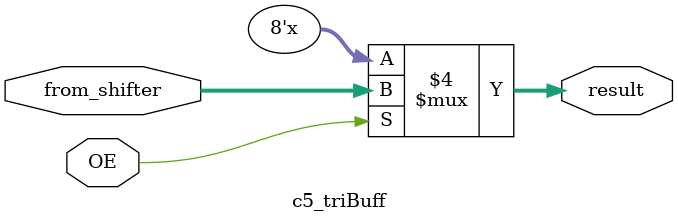
<source format=v>
/*
    additional waite state to add

	Using the general data path to implement:

        k = log2(N)     N [ 1 : 128 ]

        !!! the floating points are handled by rounding UP
*/

`timescale 1ns/1ns 
`define HALF 5
`define START 1    // don't make below 1, not set up for complex logs, floats, +- oo
`define STOP 128   // don't over flow, these are only 8-bit regs
`define DEBUG_TB -999
//`define DEBUG_WAVE -888
//`define DEBUG_CU -777
//`define DEBUG_DP -666


module tb();
	wire [7:0] result;
	wire done;
	reg [7:0] n_input;
	reg start;
    reg reset;
    reg clock;

	integer idx;
    integer k_lead;
    integer k_follow;

    general_data_path GDP (
                            .result(result),
                            .done(done),
                            .n_input(n_input),
                            .start(start), 
                            .reset(reset), 
                            .clock(clock)
                        );

	always begin
		#`HALF;
		clock = ~clock;
	end
	
	initial begin
        `ifdef DEBUG_WAVE
		    $dumpfile("wave.vcd");
            $dumpvars(0, tb);
        `endif
		$write("\n testing the  GPD, k = log2(N) round UP algorithim  ,  N [ %3d : %3d ]\n\n",
            `START, `STOP);
        $write("        input       |       result      \n");
        clock = 1'b0;
        k_lead = 0;
        k_follow = 9;
		start = 1'b0;
		reset = 1'b1;
        #(`HALF + `HALF);
        start = 1'b1;
		

        for (idx = `START; idx <= `STOP; idx = idx + 1) begin
            reset = 1'b0;
            n_input = idx;
            //if (idx == `START) #(`HALF + `HALF);

            while (done != 1'b1) begin
                #(`HALF + `HALF);
            end
            
            k_lead = result;

            `ifdef DEBUG_TB
                if (k_lead != k_follow) begin
                    $write(" ---------------------------------------\n");
                    k_follow = k_lead;
                end
                $write("  {%3d}  %4b_%4b  |  %4b_%4b  {%3d}    %6t ns\n",
                    n_input, n_input[7:4], n_input[3:0], 
                    result[7:4], result[3:0], result, $time);
            `endif

            //#(`HALF + `HALF);
            reset = 1'b1;
            #(`HALF + `HALF);
        end

        //#(`HALF + `HALF);
        #3;
        $write("\n\n\t\t ~ ~ ~ TEST COMPLETE ~ ~ ~  %7t  ns\n\n", $time);
		$finish;
	end
endmodule


////~~~~ top entity, combines control unit and data path
module general_data_path (
                            output wire [7:0] result,
                            output wire done,
                            input wire [7:0] n_input,
                            input wire start, 
                            input wire reset, 
                            input wire clock
                        );	
	wire IE;
    wire WE;
    wire [1:0] WA;
    wire RAE;
    wire [1:0] RAA;
    wire RBE;
    wire [1:0] RBA;
    wire [2:0] ALU;
    wire [1:0] SH;
    wire OE;
    wire n_is_0; 
	
    assign done = OE;

    control_unit CU (
                        .IE(IE), 
                        .WE(WE),
                        .WA(WA),
                        .RAE(RAE),
                        .RAA(RAA),
                        .RBE(RBE),
                        .RBA(RBA),
                        .ALU(ALU),
                        .SH(SH),
                        .OE(OE),
                        .n_is_0(n_is_0),
                        .start(start),
                        .reset(reset),
                        .clock(clock)
                    );

    data_path DP (
                    .n_is_0(n_is_0),
                    .result(result),
                    .n_input(n_input),
                    .IE(IE),
                    .WE(WE),
                    .WA(WA),
                    .RAE(RAE),
                    .RAA(RAA),
                    .RBE(RBE),
                    .RBA(RBA),
                    .ALU(ALU),
                    .SH(SH),
                    .OE(OE),
                    .clock(clock)
                );
endmodule


////~~~~ control unit applied to data path
module control_unit (
                        output wire IE, 
                        output wire WE,
                        output wire [1:0] WA,
                        output wire RAE,
                        output wire [1:0] RAA,
                        output wire RBE,
                        output wire [1:0] RBA,
                        output wire [2:0] ALU,
                        output wire [1:0] SH,
                        output wire OE,
                        input wire n_is_0,
                        input wire start,
                        input wire reset,
                        input wire clock
                    );

	reg [2:0] state;
	reg [2:0] n_state;

	parameter s0 = 3'b000;
	parameter s1 = 3'b001;
	parameter s2 = 3'b010;
	parameter s3 = 3'b011;
	parameter s4 = 3'b100;
    parameter s5 = 3'b101;
    parameter s6 = 3'b110;
    parameter s7 = 3'b111;
	
	initial begin
        state <= s0;
        n_state <= s0;
    end
	
	always @ (posedge clock) begin
        if (reset == 1'b1) begin  // reset interupts all
            state <= s0;
            n_state <= s0;
        end
        else begin
            case(state)
                s0 : n_state <= (start == 1'b1) ? s1 : s0;//
                s1 : n_state <= s2;//
                s2 : n_state <= (n_is_0 == 1'b1) ? s7 : s3;
                s3 : n_state <= (n_is_0 == 1'b1) ? s6 : s4;
                s4 : n_state <= s6;
                s5 : n_state <= s6;
                s6 : n_state <= (n_is_0 == 1'b1) ? s7 : s5;
                s7 : n_state <= (reset == 1'b1) ? s0 : s7;
                //default : n_state <= s0;    // stop the latch
            endcase
            `ifdef DEBUG_CU
                $write("\n st   nst  || IE | WE | WA | RAE | RAA | RBE | RBA | ALU | SH | OE || start | reset | n==0    %7t ns\n",
                    $time);
                $write("-------------------------------------------------------------------------------------------\n");
                $write(" %3b  %3b  || %1b  | %1b  | %2b |  %1b  | %2b  |  %1b  | %2b  | %3b | %2b | %1b  ||   %1b   |   %1b   |  %1b\n", 
                        state, n_state, IE,    WE,    WA,  RAE,    RAA,    RBE,   RBA,   ALU,   SH,   OE,   start, reset,   n_is_0);
            `endif
            state <= n_state;
        end
	end
	
	assign IE = (state == s1);//
		
	assign WE = (state == s0) || 
                (state == s1) || 
                (state == s2) || 
                (state == s4) || 
                (state == s5) ||
                (state == s6);//
	assign WA[1] = (state == s2);//
	assign WA[0] = (state == s1) || 
                   (state == s6);//
		
	assign RAE = (state == s0) || 
                 (state == s2) || 
                 (state == s3) || 
                 (state == s4) || 
                 (state == s5) || 
                 (state == s6) ||
                 (state == s7);// 
	assign RAA[1] = 1'b0;//
	assign RAA[0] = (state == s2) ||
                    (state == s3) ||
                    (state == s6);//
		
	assign RBE = (state == s0) ||
                 (state == s3);//
	assign RBA[1] = (state == s3);//
	assign RBA[0] = 1'b0;//
		
	assign ALU[2] = (state == s0) || 
                    (state == s2) ||
                    (state == s4) ||
                    (state == s5);//
	assign ALU[1] = (state == s2) ||
                    (state == s4) ||
                    (state == s5);//
	assign ALU[0] = (state == s0) ||
                    (state == s2) ||
                    (state == s3);//
		
	assign SH[1] = (state == s6);//
	assign SH[0] = 1'b0;//
	assign OE = (state == s7);//	

endmodule


////~~~~ data path combining the 5 components 
module data_path (
                    output wire n_is_0,
                    output wire [7:0] result,
                    input wire [7:0] n_input,
                    input wire IE,
                    input wire WE,
                    input wire [1:0] WA,
                    input wire RAE,
                    input wire [1:0] RAA,
                    input wire RBE,
                    input wire [1:0] RBA,
                    input wire [2:0] ALU,
                    input wire [1:0] SH,
                    input wire OE,
                    input wire clock
                );

    parameter BLANK = 8'b0000_0000;  
    wire [7:0] from_mux;          
	reg [7:0] to_register_file;
    wire [7:0] rf_port_A;
    wire [7:0] rf_port_B;
    wire [7:0] from_alu;
    wire [7:0] from_shifter;
	
    /*
        This internal register completes the feedback.
        Unlike the other connections, it must be a register.
        It is very important and provides the initialization,
        along with proper transfer sequence.
        To use a wire, all subordinate modules would need to be structural.
    */
    initial begin
        to_register_file <= BLANK;
    end
    always @ (*) begin
        to_register_file <= from_mux;
    end
	
    /*
        This is the probe right under the MUX.
        It won't fail if you move states correctly.
        Don't get too crazy with the logic checks.
    */
	assign n_is_0 = (from_mux == 8'b0000_0000); 
    //assign n_is_0 = (to_register_file == 8'b0000_0000);

    c1_mux comp1 (
                    .from_mux(from_mux),
                    .new_data(n_input), 
                    .feedback(from_shifter),
                    .IE(IE)
                );

    c2_register_file comp2 (
                            .port_A(rf_port_A),
                            .port_B(rf_port_B),     
                            .from_mux(to_register_file),
                            .WE(WE),                
                            .WA(WA),          
                            .RAE(RAE),    
                            .RAA(RAA),         
                            .RBE(RBE),            
                            .RBA(RBA),      
                            .clock(clock)
                        ); 

    c3_alu comp3 (
                    .from_alu(from_alu),
                    .A_bus(rf_port_A),
                    .B_bus(rf_port_B),
                    .ALU(ALU)
                );

    c4_shifter comp4 (
                        .from_shifter(from_shifter),
                        .from_alu(from_alu),
                        .SH(SH)
                    );


    c5_triBuff comp5 (
                        .result(result), 
                        .from_shifter(from_shifter), 
                        .OE(OE)
                    );
    
    `ifdef DEBUG_DP
        //always @ (negedge clock) begin
        //always @ (posedge clock) begin
        always @ (clock) begin
            //#1;
            $write("\n ************************************************\n");
            $write(" {data_path}                               %7t ns\n", $time);
            $write("               n_is_0:  %1b\n", n_is_0);
            $write(" -------------------------\n");
            $write("                   IE:  %1b\n", IE);
            $write("  mux[0], shifter_out:  %4b_%4b\n", from_shifter[7:4], from_shifter[3:0]);
            $write("         mux[1], n_in:  %4b_%4b\n", n_input[7:4], n_input[3:0]);
            $write("         mux out, nnn:  %4b_%4b\n", from_mux[7:4], from_mux[3:0]);
            $write(" ---------------------------------\n");
            $write("               rf_inp:  %4b_%4b\n", to_register_file[7:4], to_register_file[3:0]);
            $write(" WE:   %1b  ,  WA:   %2b\n", WE, WA);
            $write(" RAE:  %1b  ,  RAA:  %2b\n", RAE, RAA);
            $write(" RBE:  %1b  ,  RBA:  %2b\n", RBE, RBA);
            $write(" reg[00]:  %4b_%4b \"k\"\n"   , comp2.internal[2'b00][7:4], comp2.internal[2'b00][3:0]);
            $write(" reg[01]:  %4b_%4b \"N\"\n"   , comp2.internal[2'b01][7:4], comp2.internal[2'b01][3:0]);
            $write(" reg[10]:  %4b_%4b \"N-1\"\n" , comp2.internal[2'b10][7:4], comp2.internal[2'b10][3:0]);
            $write(" reg[11]:  %4b_%4b\n"         , comp2.internal[2'b11][7:4], comp2.internal[2'b11][3:0]);
            $write("               port A:  %4b_%4b\n", rf_port_A[7:4], rf_port_A[3:0]);
            $write("               port B:  %4b_%4b\n", rf_port_B[7:4], rf_port_B[3:0]);
            $write(" --------------------------------------\n");
            $write("        alu operation:  %3b\n", ALU);
            $write("           alu output:  %4b_%4b\n", from_alu[7:4], from_alu[3:0]);
            $write(" ---------------------------------\n");
            $write("    shifter operation:  %3b\n", SH);
            $write("       shifter output:  %4b_%4b\n", from_shifter[7:4], from_shifter[3:0]);
            $write(" ---------------------------------\n");
            $write("                   OE:  %1b\n", OE);
            $write("               result:  %4b_%4b", result[7:4], result[3:0]);
            if (OE == 1'b1) $write("   !!!SUCCESS!!!\n");
            else $write("      ...working\n");
            $write(" ************************************************\n");
        end
    `endif
endmodule


////~~~~ 2-to-1 mux, 8 bits, component 1 of 5
module c1_mux (
                    output reg [7:0] from_mux,
                    input wire [7:0] new_data, 
                    input wire [7:0] feedback,
                    input wire IE
                );
	
	always @ (*) begin
        from_mux = (IE == 1'b1) ? new_data : feedback;
    end
endmodule


////~~~~ register file, component 2 of 5
module c2_register_file(
                            output wire [7:0] port_A,     // value assigned to port A
                            output wire [7:0] port_B,     // value assigned to port B
                            input wire [7:0] from_mux,    // bus after MUX selection
                            input wire WE,                // write enable
                            input wire [1:0] WA,          // write address
                            input wire RAE,               // port A read enable
                            input wire [1:0] RAA,         // port A Read address 
                            input wire RBE,               // port B read enable
                            input wire [1:0] RBA,         // port B read address
                            input wire clock
                        ); 
	
    parameter BLANK = 8'b0000_0000;

    // x4 8-bit registers "4x8", index them in binary
	//reg [7:0] internal [3:0]; 
    reg [7:0] internal [0:3]; 

    // only write if WE is active
	always @ (posedge clock) begin
        if (WE == 1'b1) internal[WA] <= from_mux;
    end
     
    // reading to ports is done in combination, if enabled
    assign port_A = (RAE == 1'b1) ? internal[RAA] : BLANK; 
    assign port_B = (RBE == 1'b1) ? internal[RBA] : BLANK;
endmodule


////~~~~ ALU, component 3 of 5
module c3_alu (
                output reg [7:0] from_alu,
                input wire [7:0] A_bus,
                input wire [7:0] B_bus,
                input wire [2:0] ALU
            );

    parameter pass_A = 3'b000;     // bus A passes through
    parameter A_and_B = 3'b001;    // bitwise AND, A & B
    parameter A_or_B = 3'b010;     // bitwise OR, A | B
    parameter not_A = 3'b011;      // bitwise negate, ~A
    parameter A_add_B = 3'b100;    // addition, A + B
    parameter A_sub_B = 3'b101;    // subtraction, A - B
    parameter inc_A = 3'b110;      // increment, A = A + 1
    parameter dec_A = 3'b111;      // decrement, A = A - 1

    always @ (*) begin 
        case(ALU) 
            pass_A  : from_alu = A_bus;                  
            A_and_B : from_alu = A_bus & B_bus;                  
            A_or_B  : from_alu = A_bus | B_bus; 
            not_A   : from_alu = ~A_bus;
            A_add_B : from_alu = A_bus + B_bus;
            A_sub_B : from_alu = A_bus - B_bus;
            inc_A   : from_alu = A_bus + 1'b1;
            dec_A   : from_alu = A_bus - 1'b1;                
        endcase
    end
endmodule


////~~~~ shifter, componenet 4 of 5
module c4_shifter (
                    output reg [7:0] from_shifter,
                    input wire [7:0] from_alu,
                    input wire [1:0] SH
                );

    parameter PASS = 2'b00;      // pass through
    parameter LEFT = 2'b01;      // left shift and fill with 0's
    parameter RIGHT = 2'b10;     // right shift and fill with 0's
    parameter ROTATE = 2'b11;    // rotate right

    always @ (*) begin 
        case(SH) 
            PASS   : from_shifter = from_alu;                  
            LEFT   : from_shifter = from_alu << 1;                 
            RIGHT  : from_shifter = from_alu >> 1;
            ROTATE : from_shifter = {from_alu[6:0], from_alu[7]};                    
        endcase
    end
endmodule


////~~~~ final output buffer, componenet 5 of 5
module c5_triBuff (
                    output reg [7:0] result, 
                    input wire [7:0] from_shifter, 
                    input wire OE
                );

	always @ (*) begin
        result = (OE == 1'b1) ? from_shifter : 8'bzzzz_zzzz;
    end		
endmodule


////////~~~~~~~~END>  log2.v

</source>
